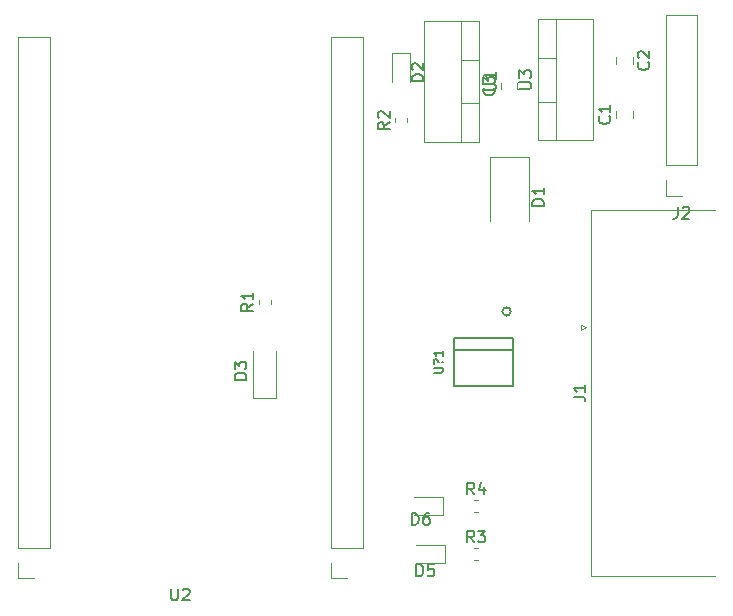
<source format=gbr>
G04 #@! TF.GenerationSoftware,KiCad,Pcbnew,5.1.4+dfsg1-1*
G04 #@! TF.CreationDate,2020-03-04T00:22:41+00:00*
G04 #@! TF.ProjectId,UaElectrex_Phase1,5561456c-6563-4747-9265-785f50686173,rev?*
G04 #@! TF.SameCoordinates,Original*
G04 #@! TF.FileFunction,Legend,Top*
G04 #@! TF.FilePolarity,Positive*
%FSLAX46Y46*%
G04 Gerber Fmt 4.6, Leading zero omitted, Abs format (unit mm)*
G04 Created by KiCad (PCBNEW 5.1.4+dfsg1-1) date 2020-03-04 00:22:41*
%MOMM*%
%LPD*%
G04 APERTURE LIST*
%ADD10C,0.120000*%
%ADD11C,0.203200*%
%ADD12C,0.150000*%
%ADD13C,0.152400*%
G04 APERTURE END LIST*
D10*
X174007175Y-97790000D02*
X173574162Y-98040000D01*
X173574162Y-97540000D02*
X174007175Y-97790000D01*
X173574162Y-98040000D02*
X173574162Y-97540000D01*
X174468500Y-87845000D02*
X184948500Y-87845000D01*
X174468500Y-118815000D02*
X174468500Y-87845000D01*
X184948500Y-118815000D02*
X174468500Y-118815000D01*
X128607799Y-116434999D02*
X125947799Y-116434999D01*
X125947799Y-119034999D02*
X125947799Y-117704999D01*
X127277799Y-119034999D02*
X125947799Y-119034999D01*
X125947799Y-116434999D02*
X125947799Y-73194999D01*
X128607799Y-73194999D02*
X125947799Y-73194999D01*
X128607799Y-116434999D02*
X128607799Y-73194999D01*
X153777799Y-119034999D02*
X152447799Y-119034999D01*
X152447799Y-119034999D02*
X152447799Y-117704999D01*
X152447799Y-116434999D02*
X152447799Y-73194999D01*
X155107799Y-73194999D02*
X152447799Y-73194999D01*
X155107799Y-116434999D02*
X155107799Y-73194999D01*
X155107799Y-116434999D02*
X152447799Y-116434999D01*
D11*
X167651553Y-96433000D02*
G75*
G03X167651553Y-96433000I-353553J0D01*
G01*
X167854000Y-102711000D02*
X167854000Y-98711000D01*
X162854000Y-102711000D02*
X167854000Y-102711000D01*
X162854000Y-98711000D02*
X162854000Y-102711000D01*
X167854000Y-98711000D02*
X162854000Y-98711000D01*
X167854000Y-99711000D02*
X162854000Y-99711000D01*
D10*
X169934000Y-74984000D02*
X171444000Y-74984000D01*
X169934000Y-78685000D02*
X171444000Y-78685000D01*
X171444000Y-81955000D02*
X171444000Y-71715000D01*
X169934000Y-71715000D02*
X174575000Y-71715000D01*
X169934000Y-81955000D02*
X174575000Y-81955000D01*
X174575000Y-81955000D02*
X174575000Y-71715000D01*
X169934000Y-81955000D02*
X169934000Y-71715000D01*
X164941000Y-78813000D02*
X163431000Y-78813000D01*
X164941000Y-75112000D02*
X163431000Y-75112000D01*
X163431000Y-71842000D02*
X163431000Y-82082000D01*
X164941000Y-82082000D02*
X160300000Y-82082000D01*
X164941000Y-71842000D02*
X160300000Y-71842000D01*
X160300000Y-71842000D02*
X160300000Y-82082000D01*
X164941000Y-71842000D02*
X164941000Y-82082000D01*
X164547733Y-113413000D02*
X164890267Y-113413000D01*
X164547733Y-112393000D02*
X164890267Y-112393000D01*
X164547733Y-117477000D02*
X164890267Y-117477000D01*
X164547733Y-116457000D02*
X164890267Y-116457000D01*
X158879000Y-80435267D02*
X158879000Y-80092733D01*
X157859000Y-80435267D02*
X157859000Y-80092733D01*
X147322000Y-95788267D02*
X147322000Y-95445733D01*
X146302000Y-95788267D02*
X146302000Y-95445733D01*
X182118000Y-86674000D02*
X180788000Y-86674000D01*
X180788000Y-86674000D02*
X180788000Y-85344000D01*
X180788000Y-84074000D02*
X180788000Y-71314000D01*
X183448000Y-71314000D02*
X180788000Y-71314000D01*
X183448000Y-84074000D02*
X183448000Y-71314000D01*
X183448000Y-84074000D02*
X180788000Y-84074000D01*
X161934000Y-112168000D02*
X159474000Y-112168000D01*
X161934000Y-113638000D02*
X161934000Y-112168000D01*
X159474000Y-113638000D02*
X161934000Y-113638000D01*
X162061000Y-116232000D02*
X159601000Y-116232000D01*
X162061000Y-117702000D02*
X162061000Y-116232000D01*
X159601000Y-117702000D02*
X162061000Y-117702000D01*
X145812000Y-103723000D02*
X145812000Y-99823000D01*
X147812000Y-103723000D02*
X147812000Y-99823000D01*
X145812000Y-103723000D02*
X147812000Y-103723000D01*
X157634000Y-74540000D02*
X157634000Y-77000000D01*
X159104000Y-74540000D02*
X157634000Y-74540000D01*
X159104000Y-77000000D02*
X159104000Y-74540000D01*
X169163000Y-83341000D02*
X169163000Y-88741000D01*
X165863000Y-83341000D02*
X165863000Y-88741000D01*
X169163000Y-83341000D02*
X165863000Y-83341000D01*
X168223000Y-77604252D02*
X168223000Y-77081748D01*
X166803000Y-77604252D02*
X166803000Y-77081748D01*
X176582000Y-74922748D02*
X176582000Y-75445252D01*
X178002000Y-74922748D02*
X178002000Y-75445252D01*
X178002000Y-80017252D02*
X178002000Y-79494748D01*
X176582000Y-80017252D02*
X176582000Y-79494748D01*
D12*
X172980880Y-103663333D02*
X173695166Y-103663333D01*
X173838023Y-103710952D01*
X173933261Y-103806190D01*
X173980880Y-103949047D01*
X173980880Y-104044285D01*
X173980880Y-102663333D02*
X173980880Y-103234761D01*
X173980880Y-102949047D02*
X172980880Y-102949047D01*
X173123738Y-103044285D01*
X173218976Y-103139523D01*
X173266595Y-103234761D01*
X138893494Y-119900579D02*
X138893494Y-120710103D01*
X138941113Y-120805341D01*
X138988732Y-120852960D01*
X139083970Y-120900579D01*
X139274446Y-120900579D01*
X139369684Y-120852960D01*
X139417303Y-120805341D01*
X139464922Y-120710103D01*
X139464922Y-119900579D01*
X139893494Y-119995818D02*
X139941113Y-119948199D01*
X140036351Y-119900579D01*
X140274446Y-119900579D01*
X140369684Y-119948199D01*
X140417303Y-119995818D01*
X140464922Y-120091056D01*
X140464922Y-120186294D01*
X140417303Y-120329151D01*
X139845875Y-120900579D01*
X140464922Y-120900579D01*
D13*
X161126714Y-101618142D02*
X161743571Y-101618142D01*
X161816142Y-101581857D01*
X161852428Y-101545571D01*
X161888714Y-101473000D01*
X161888714Y-101327857D01*
X161852428Y-101255285D01*
X161816142Y-101219000D01*
X161743571Y-101182714D01*
X161126714Y-101182714D01*
X161816142Y-100711000D02*
X161852428Y-100674714D01*
X161888714Y-100711000D01*
X161852428Y-100747285D01*
X161816142Y-100711000D01*
X161888714Y-100711000D01*
X161163000Y-100856142D02*
X161126714Y-100783571D01*
X161126714Y-100602142D01*
X161163000Y-100529571D01*
X161235571Y-100493285D01*
X161308142Y-100493285D01*
X161380714Y-100529571D01*
X161417000Y-100565857D01*
X161453285Y-100638428D01*
X161489571Y-100674714D01*
X161562142Y-100711000D01*
X161598428Y-100711000D01*
X161888714Y-99767571D02*
X161888714Y-100203000D01*
X161888714Y-99985285D02*
X161126714Y-99985285D01*
X161235571Y-100057857D01*
X161308142Y-100130428D01*
X161344428Y-100203000D01*
D12*
X168386380Y-77596904D02*
X169195904Y-77596904D01*
X169291142Y-77549285D01*
X169338761Y-77501666D01*
X169386380Y-77406428D01*
X169386380Y-77215952D01*
X169338761Y-77120714D01*
X169291142Y-77073095D01*
X169195904Y-77025476D01*
X168386380Y-77025476D01*
X168386380Y-76644523D02*
X168386380Y-76025476D01*
X168767333Y-76358809D01*
X168767333Y-76215952D01*
X168814952Y-76120714D01*
X168862571Y-76073095D01*
X168957809Y-76025476D01*
X169195904Y-76025476D01*
X169291142Y-76073095D01*
X169338761Y-76120714D01*
X169386380Y-76215952D01*
X169386380Y-76501666D01*
X169338761Y-76596904D01*
X169291142Y-76644523D01*
X165393380Y-77723904D02*
X166202904Y-77723904D01*
X166298142Y-77676285D01*
X166345761Y-77628666D01*
X166393380Y-77533428D01*
X166393380Y-77342952D01*
X166345761Y-77247714D01*
X166298142Y-77200095D01*
X166202904Y-77152476D01*
X165393380Y-77152476D01*
X166393380Y-76152476D02*
X166393380Y-76723904D01*
X166393380Y-76438190D02*
X165393380Y-76438190D01*
X165536238Y-76533428D01*
X165631476Y-76628666D01*
X165679095Y-76723904D01*
X164552333Y-111925380D02*
X164219000Y-111449190D01*
X163980904Y-111925380D02*
X163980904Y-110925380D01*
X164361857Y-110925380D01*
X164457095Y-110973000D01*
X164504714Y-111020619D01*
X164552333Y-111115857D01*
X164552333Y-111258714D01*
X164504714Y-111353952D01*
X164457095Y-111401571D01*
X164361857Y-111449190D01*
X163980904Y-111449190D01*
X165409476Y-111258714D02*
X165409476Y-111925380D01*
X165171380Y-110877761D02*
X164933285Y-111592047D01*
X165552333Y-111592047D01*
X164552333Y-115989380D02*
X164219000Y-115513190D01*
X163980904Y-115989380D02*
X163980904Y-114989380D01*
X164361857Y-114989380D01*
X164457095Y-115037000D01*
X164504714Y-115084619D01*
X164552333Y-115179857D01*
X164552333Y-115322714D01*
X164504714Y-115417952D01*
X164457095Y-115465571D01*
X164361857Y-115513190D01*
X163980904Y-115513190D01*
X164885666Y-114989380D02*
X165504714Y-114989380D01*
X165171380Y-115370333D01*
X165314238Y-115370333D01*
X165409476Y-115417952D01*
X165457095Y-115465571D01*
X165504714Y-115560809D01*
X165504714Y-115798904D01*
X165457095Y-115894142D01*
X165409476Y-115941761D01*
X165314238Y-115989380D01*
X165028523Y-115989380D01*
X164933285Y-115941761D01*
X164885666Y-115894142D01*
X157391380Y-80430666D02*
X156915190Y-80764000D01*
X157391380Y-81002095D02*
X156391380Y-81002095D01*
X156391380Y-80621142D01*
X156439000Y-80525904D01*
X156486619Y-80478285D01*
X156581857Y-80430666D01*
X156724714Y-80430666D01*
X156819952Y-80478285D01*
X156867571Y-80525904D01*
X156915190Y-80621142D01*
X156915190Y-81002095D01*
X156486619Y-80049714D02*
X156439000Y-80002095D01*
X156391380Y-79906857D01*
X156391380Y-79668761D01*
X156439000Y-79573523D01*
X156486619Y-79525904D01*
X156581857Y-79478285D01*
X156677095Y-79478285D01*
X156819952Y-79525904D01*
X157391380Y-80097333D01*
X157391380Y-79478285D01*
X145834380Y-95783666D02*
X145358190Y-96117000D01*
X145834380Y-96355095D02*
X144834380Y-96355095D01*
X144834380Y-95974142D01*
X144882000Y-95878904D01*
X144929619Y-95831285D01*
X145024857Y-95783666D01*
X145167714Y-95783666D01*
X145262952Y-95831285D01*
X145310571Y-95878904D01*
X145358190Y-95974142D01*
X145358190Y-96355095D01*
X145834380Y-94831285D02*
X145834380Y-95402714D01*
X145834380Y-95117000D02*
X144834380Y-95117000D01*
X144977238Y-95212238D01*
X145072476Y-95307476D01*
X145120095Y-95402714D01*
X181784666Y-87566380D02*
X181784666Y-88280666D01*
X181737047Y-88423523D01*
X181641809Y-88518761D01*
X181498952Y-88566380D01*
X181403714Y-88566380D01*
X182213238Y-87661619D02*
X182260857Y-87614000D01*
X182356095Y-87566380D01*
X182594190Y-87566380D01*
X182689428Y-87614000D01*
X182737047Y-87661619D01*
X182784666Y-87756857D01*
X182784666Y-87852095D01*
X182737047Y-87994952D01*
X182165619Y-88566380D01*
X182784666Y-88566380D01*
X159281904Y-114498380D02*
X159281904Y-113498380D01*
X159520000Y-113498380D01*
X159662857Y-113546000D01*
X159758095Y-113641238D01*
X159805714Y-113736476D01*
X159853333Y-113926952D01*
X159853333Y-114069809D01*
X159805714Y-114260285D01*
X159758095Y-114355523D01*
X159662857Y-114450761D01*
X159520000Y-114498380D01*
X159281904Y-114498380D01*
X160710476Y-113498380D02*
X160520000Y-113498380D01*
X160424761Y-113546000D01*
X160377142Y-113593619D01*
X160281904Y-113736476D01*
X160234285Y-113926952D01*
X160234285Y-114307904D01*
X160281904Y-114403142D01*
X160329523Y-114450761D01*
X160424761Y-114498380D01*
X160615238Y-114498380D01*
X160710476Y-114450761D01*
X160758095Y-114403142D01*
X160805714Y-114307904D01*
X160805714Y-114069809D01*
X160758095Y-113974571D01*
X160710476Y-113926952D01*
X160615238Y-113879333D01*
X160424761Y-113879333D01*
X160329523Y-113926952D01*
X160281904Y-113974571D01*
X160234285Y-114069809D01*
X159662904Y-118849380D02*
X159662904Y-117849380D01*
X159901000Y-117849380D01*
X160043857Y-117897000D01*
X160139095Y-117992238D01*
X160186714Y-118087476D01*
X160234333Y-118277952D01*
X160234333Y-118420809D01*
X160186714Y-118611285D01*
X160139095Y-118706523D01*
X160043857Y-118801761D01*
X159901000Y-118849380D01*
X159662904Y-118849380D01*
X161139095Y-117849380D02*
X160662904Y-117849380D01*
X160615285Y-118325571D01*
X160662904Y-118277952D01*
X160758142Y-118230333D01*
X160996238Y-118230333D01*
X161091476Y-118277952D01*
X161139095Y-118325571D01*
X161186714Y-118420809D01*
X161186714Y-118658904D01*
X161139095Y-118754142D01*
X161091476Y-118801761D01*
X160996238Y-118849380D01*
X160758142Y-118849380D01*
X160662904Y-118801761D01*
X160615285Y-118754142D01*
X145264380Y-102211095D02*
X144264380Y-102211095D01*
X144264380Y-101973000D01*
X144312000Y-101830142D01*
X144407238Y-101734904D01*
X144502476Y-101687285D01*
X144692952Y-101639666D01*
X144835809Y-101639666D01*
X145026285Y-101687285D01*
X145121523Y-101734904D01*
X145216761Y-101830142D01*
X145264380Y-101973000D01*
X145264380Y-102211095D01*
X144264380Y-101306333D02*
X144264380Y-100687285D01*
X144645333Y-101020619D01*
X144645333Y-100877761D01*
X144692952Y-100782523D01*
X144740571Y-100734904D01*
X144835809Y-100687285D01*
X145073904Y-100687285D01*
X145169142Y-100734904D01*
X145216761Y-100782523D01*
X145264380Y-100877761D01*
X145264380Y-101163476D01*
X145216761Y-101258714D01*
X145169142Y-101306333D01*
X160251380Y-76938095D02*
X159251380Y-76938095D01*
X159251380Y-76700000D01*
X159299000Y-76557142D01*
X159394238Y-76461904D01*
X159489476Y-76414285D01*
X159679952Y-76366666D01*
X159822809Y-76366666D01*
X160013285Y-76414285D01*
X160108523Y-76461904D01*
X160203761Y-76557142D01*
X160251380Y-76700000D01*
X160251380Y-76938095D01*
X159346619Y-75985714D02*
X159299000Y-75938095D01*
X159251380Y-75842857D01*
X159251380Y-75604761D01*
X159299000Y-75509523D01*
X159346619Y-75461904D01*
X159441857Y-75414285D01*
X159537095Y-75414285D01*
X159679952Y-75461904D01*
X160251380Y-76033333D01*
X160251380Y-75414285D01*
X170465380Y-87479095D02*
X169465380Y-87479095D01*
X169465380Y-87241000D01*
X169513000Y-87098142D01*
X169608238Y-87002904D01*
X169703476Y-86955285D01*
X169893952Y-86907666D01*
X170036809Y-86907666D01*
X170227285Y-86955285D01*
X170322523Y-87002904D01*
X170417761Y-87098142D01*
X170465380Y-87241000D01*
X170465380Y-87479095D01*
X170465380Y-85955285D02*
X170465380Y-86526714D01*
X170465380Y-86241000D02*
X169465380Y-86241000D01*
X169608238Y-86336238D01*
X169703476Y-86431476D01*
X169751095Y-86526714D01*
X166220142Y-77509666D02*
X166267761Y-77557285D01*
X166315380Y-77700142D01*
X166315380Y-77795380D01*
X166267761Y-77938238D01*
X166172523Y-78033476D01*
X166077285Y-78081095D01*
X165886809Y-78128714D01*
X165743952Y-78128714D01*
X165553476Y-78081095D01*
X165458238Y-78033476D01*
X165363000Y-77938238D01*
X165315380Y-77795380D01*
X165315380Y-77700142D01*
X165363000Y-77557285D01*
X165410619Y-77509666D01*
X165315380Y-77176333D02*
X165315380Y-76557285D01*
X165696333Y-76890619D01*
X165696333Y-76747761D01*
X165743952Y-76652523D01*
X165791571Y-76604904D01*
X165886809Y-76557285D01*
X166124904Y-76557285D01*
X166220142Y-76604904D01*
X166267761Y-76652523D01*
X166315380Y-76747761D01*
X166315380Y-77033476D01*
X166267761Y-77128714D01*
X166220142Y-77176333D01*
X179299142Y-75350666D02*
X179346761Y-75398285D01*
X179394380Y-75541142D01*
X179394380Y-75636380D01*
X179346761Y-75779238D01*
X179251523Y-75874476D01*
X179156285Y-75922095D01*
X178965809Y-75969714D01*
X178822952Y-75969714D01*
X178632476Y-75922095D01*
X178537238Y-75874476D01*
X178442000Y-75779238D01*
X178394380Y-75636380D01*
X178394380Y-75541142D01*
X178442000Y-75398285D01*
X178489619Y-75350666D01*
X178489619Y-74969714D02*
X178442000Y-74922095D01*
X178394380Y-74826857D01*
X178394380Y-74588761D01*
X178442000Y-74493523D01*
X178489619Y-74445904D01*
X178584857Y-74398285D01*
X178680095Y-74398285D01*
X178822952Y-74445904D01*
X179394380Y-75017333D01*
X179394380Y-74398285D01*
X175999142Y-79922666D02*
X176046761Y-79970285D01*
X176094380Y-80113142D01*
X176094380Y-80208380D01*
X176046761Y-80351238D01*
X175951523Y-80446476D01*
X175856285Y-80494095D01*
X175665809Y-80541714D01*
X175522952Y-80541714D01*
X175332476Y-80494095D01*
X175237238Y-80446476D01*
X175142000Y-80351238D01*
X175094380Y-80208380D01*
X175094380Y-80113142D01*
X175142000Y-79970285D01*
X175189619Y-79922666D01*
X176094380Y-78970285D02*
X176094380Y-79541714D01*
X176094380Y-79256000D02*
X175094380Y-79256000D01*
X175237238Y-79351238D01*
X175332476Y-79446476D01*
X175380095Y-79541714D01*
M02*

</source>
